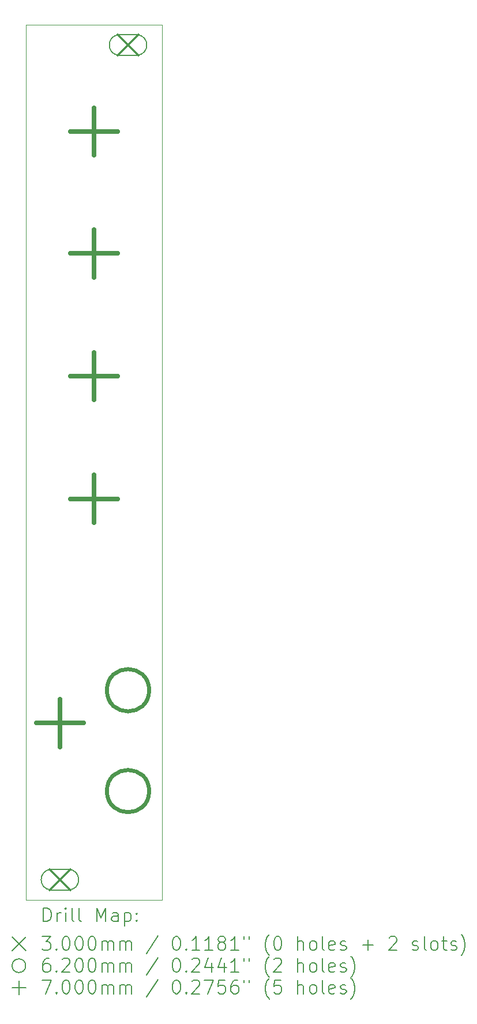
<source format=gbr>
%TF.GenerationSoftware,KiCad,Pcbnew,7.0.7-7.0.7~ubuntu22.04.1*%
%TF.CreationDate,2024-01-01T18:28:44+01:00*%
%TF.ProjectId,Basic-ADSR,42617369-632d-4414-9453-522e6b696361,rev?*%
%TF.SameCoordinates,Original*%
%TF.FileFunction,Drillmap*%
%TF.FilePolarity,Positive*%
%FSLAX45Y45*%
G04 Gerber Fmt 4.5, Leading zero omitted, Abs format (unit mm)*
G04 Created by KiCad (PCBNEW 7.0.7-7.0.7~ubuntu22.04.1) date 2024-01-01 18:28:44*
%MOMM*%
%LPD*%
G01*
G04 APERTURE LIST*
%ADD10C,0.050000*%
%ADD11C,0.200000*%
%ADD12C,0.300000*%
%ADD13C,0.620000*%
%ADD14C,0.700000*%
G04 APERTURE END LIST*
D10*
X10950000Y-15300000D02*
X8950000Y-15300000D01*
X8950000Y-2450000D02*
X8950000Y-15300000D01*
X10950000Y-2450000D02*
X10950000Y-15300000D01*
X8950000Y-2450000D02*
X10950000Y-2450000D01*
D11*
D12*
X9300000Y-14850000D02*
X9600000Y-15150000D01*
X9600000Y-14850000D02*
X9300000Y-15150000D01*
D11*
X9325000Y-15150000D02*
X9575000Y-15150000D01*
X9575000Y-15150000D02*
G75*
G03*
X9575000Y-14850000I0J150000D01*
G01*
X9575000Y-14850000D02*
X9325000Y-14850000D01*
X9325000Y-14850000D02*
G75*
G03*
X9325000Y-15150000I0J-150000D01*
G01*
D12*
X10300000Y-2600000D02*
X10600000Y-2900000D01*
X10600000Y-2600000D02*
X10300000Y-2900000D01*
D11*
X10325000Y-2900000D02*
X10575000Y-2900000D01*
X10575000Y-2900000D02*
G75*
G03*
X10575000Y-2600000I0J150000D01*
G01*
X10575000Y-2600000D02*
X10325000Y-2600000D01*
X10325000Y-2600000D02*
G75*
G03*
X10325000Y-2900000I0J-150000D01*
G01*
D13*
X10760000Y-12220000D02*
G75*
G03*
X10760000Y-12220000I-310000J0D01*
G01*
X10760000Y-13700000D02*
G75*
G03*
X10760000Y-13700000I-310000J0D01*
G01*
D14*
X9450000Y-12350000D02*
X9450000Y-13050000D01*
X9100000Y-12700000D02*
X9800000Y-12700000D01*
X9950000Y-3670000D02*
X9950000Y-4370000D01*
X9600000Y-4020000D02*
X10300000Y-4020000D01*
X9950000Y-5460000D02*
X9950000Y-6160000D01*
X9600000Y-5810000D02*
X10300000Y-5810000D01*
X9950000Y-7260000D02*
X9950000Y-7960000D01*
X9600000Y-7610000D02*
X10300000Y-7610000D01*
X9950000Y-9060000D02*
X9950000Y-9760000D01*
X9600000Y-9410000D02*
X10300000Y-9410000D01*
D11*
X9208277Y-15613984D02*
X9208277Y-15413984D01*
X9208277Y-15413984D02*
X9255896Y-15413984D01*
X9255896Y-15413984D02*
X9284467Y-15423508D01*
X9284467Y-15423508D02*
X9303515Y-15442555D01*
X9303515Y-15442555D02*
X9313039Y-15461603D01*
X9313039Y-15461603D02*
X9322563Y-15499698D01*
X9322563Y-15499698D02*
X9322563Y-15528269D01*
X9322563Y-15528269D02*
X9313039Y-15566365D01*
X9313039Y-15566365D02*
X9303515Y-15585412D01*
X9303515Y-15585412D02*
X9284467Y-15604460D01*
X9284467Y-15604460D02*
X9255896Y-15613984D01*
X9255896Y-15613984D02*
X9208277Y-15613984D01*
X9408277Y-15613984D02*
X9408277Y-15480650D01*
X9408277Y-15518746D02*
X9417801Y-15499698D01*
X9417801Y-15499698D02*
X9427324Y-15490174D01*
X9427324Y-15490174D02*
X9446372Y-15480650D01*
X9446372Y-15480650D02*
X9465420Y-15480650D01*
X9532086Y-15613984D02*
X9532086Y-15480650D01*
X9532086Y-15413984D02*
X9522563Y-15423508D01*
X9522563Y-15423508D02*
X9532086Y-15433031D01*
X9532086Y-15433031D02*
X9541610Y-15423508D01*
X9541610Y-15423508D02*
X9532086Y-15413984D01*
X9532086Y-15413984D02*
X9532086Y-15433031D01*
X9655896Y-15613984D02*
X9636848Y-15604460D01*
X9636848Y-15604460D02*
X9627324Y-15585412D01*
X9627324Y-15585412D02*
X9627324Y-15413984D01*
X9760658Y-15613984D02*
X9741610Y-15604460D01*
X9741610Y-15604460D02*
X9732086Y-15585412D01*
X9732086Y-15585412D02*
X9732086Y-15413984D01*
X9989229Y-15613984D02*
X9989229Y-15413984D01*
X9989229Y-15413984D02*
X10055896Y-15556841D01*
X10055896Y-15556841D02*
X10122563Y-15413984D01*
X10122563Y-15413984D02*
X10122563Y-15613984D01*
X10303515Y-15613984D02*
X10303515Y-15509222D01*
X10303515Y-15509222D02*
X10293991Y-15490174D01*
X10293991Y-15490174D02*
X10274944Y-15480650D01*
X10274944Y-15480650D02*
X10236848Y-15480650D01*
X10236848Y-15480650D02*
X10217801Y-15490174D01*
X10303515Y-15604460D02*
X10284467Y-15613984D01*
X10284467Y-15613984D02*
X10236848Y-15613984D01*
X10236848Y-15613984D02*
X10217801Y-15604460D01*
X10217801Y-15604460D02*
X10208277Y-15585412D01*
X10208277Y-15585412D02*
X10208277Y-15566365D01*
X10208277Y-15566365D02*
X10217801Y-15547317D01*
X10217801Y-15547317D02*
X10236848Y-15537793D01*
X10236848Y-15537793D02*
X10284467Y-15537793D01*
X10284467Y-15537793D02*
X10303515Y-15528269D01*
X10398753Y-15480650D02*
X10398753Y-15680650D01*
X10398753Y-15490174D02*
X10417801Y-15480650D01*
X10417801Y-15480650D02*
X10455896Y-15480650D01*
X10455896Y-15480650D02*
X10474944Y-15490174D01*
X10474944Y-15490174D02*
X10484467Y-15499698D01*
X10484467Y-15499698D02*
X10493991Y-15518746D01*
X10493991Y-15518746D02*
X10493991Y-15575888D01*
X10493991Y-15575888D02*
X10484467Y-15594936D01*
X10484467Y-15594936D02*
X10474944Y-15604460D01*
X10474944Y-15604460D02*
X10455896Y-15613984D01*
X10455896Y-15613984D02*
X10417801Y-15613984D01*
X10417801Y-15613984D02*
X10398753Y-15604460D01*
X10579705Y-15594936D02*
X10589229Y-15604460D01*
X10589229Y-15604460D02*
X10579705Y-15613984D01*
X10579705Y-15613984D02*
X10570182Y-15604460D01*
X10570182Y-15604460D02*
X10579705Y-15594936D01*
X10579705Y-15594936D02*
X10579705Y-15613984D01*
X10579705Y-15490174D02*
X10589229Y-15499698D01*
X10589229Y-15499698D02*
X10579705Y-15509222D01*
X10579705Y-15509222D02*
X10570182Y-15499698D01*
X10570182Y-15499698D02*
X10579705Y-15490174D01*
X10579705Y-15490174D02*
X10579705Y-15509222D01*
X8747500Y-15842500D02*
X8947500Y-16042500D01*
X8947500Y-15842500D02*
X8747500Y-16042500D01*
X9189229Y-15833984D02*
X9313039Y-15833984D01*
X9313039Y-15833984D02*
X9246372Y-15910174D01*
X9246372Y-15910174D02*
X9274944Y-15910174D01*
X9274944Y-15910174D02*
X9293991Y-15919698D01*
X9293991Y-15919698D02*
X9303515Y-15929222D01*
X9303515Y-15929222D02*
X9313039Y-15948269D01*
X9313039Y-15948269D02*
X9313039Y-15995888D01*
X9313039Y-15995888D02*
X9303515Y-16014936D01*
X9303515Y-16014936D02*
X9293991Y-16024460D01*
X9293991Y-16024460D02*
X9274944Y-16033984D01*
X9274944Y-16033984D02*
X9217801Y-16033984D01*
X9217801Y-16033984D02*
X9198753Y-16024460D01*
X9198753Y-16024460D02*
X9189229Y-16014936D01*
X9398753Y-16014936D02*
X9408277Y-16024460D01*
X9408277Y-16024460D02*
X9398753Y-16033984D01*
X9398753Y-16033984D02*
X9389229Y-16024460D01*
X9389229Y-16024460D02*
X9398753Y-16014936D01*
X9398753Y-16014936D02*
X9398753Y-16033984D01*
X9532086Y-15833984D02*
X9551134Y-15833984D01*
X9551134Y-15833984D02*
X9570182Y-15843508D01*
X9570182Y-15843508D02*
X9579705Y-15853031D01*
X9579705Y-15853031D02*
X9589229Y-15872079D01*
X9589229Y-15872079D02*
X9598753Y-15910174D01*
X9598753Y-15910174D02*
X9598753Y-15957793D01*
X9598753Y-15957793D02*
X9589229Y-15995888D01*
X9589229Y-15995888D02*
X9579705Y-16014936D01*
X9579705Y-16014936D02*
X9570182Y-16024460D01*
X9570182Y-16024460D02*
X9551134Y-16033984D01*
X9551134Y-16033984D02*
X9532086Y-16033984D01*
X9532086Y-16033984D02*
X9513039Y-16024460D01*
X9513039Y-16024460D02*
X9503515Y-16014936D01*
X9503515Y-16014936D02*
X9493991Y-15995888D01*
X9493991Y-15995888D02*
X9484467Y-15957793D01*
X9484467Y-15957793D02*
X9484467Y-15910174D01*
X9484467Y-15910174D02*
X9493991Y-15872079D01*
X9493991Y-15872079D02*
X9503515Y-15853031D01*
X9503515Y-15853031D02*
X9513039Y-15843508D01*
X9513039Y-15843508D02*
X9532086Y-15833984D01*
X9722563Y-15833984D02*
X9741610Y-15833984D01*
X9741610Y-15833984D02*
X9760658Y-15843508D01*
X9760658Y-15843508D02*
X9770182Y-15853031D01*
X9770182Y-15853031D02*
X9779705Y-15872079D01*
X9779705Y-15872079D02*
X9789229Y-15910174D01*
X9789229Y-15910174D02*
X9789229Y-15957793D01*
X9789229Y-15957793D02*
X9779705Y-15995888D01*
X9779705Y-15995888D02*
X9770182Y-16014936D01*
X9770182Y-16014936D02*
X9760658Y-16024460D01*
X9760658Y-16024460D02*
X9741610Y-16033984D01*
X9741610Y-16033984D02*
X9722563Y-16033984D01*
X9722563Y-16033984D02*
X9703515Y-16024460D01*
X9703515Y-16024460D02*
X9693991Y-16014936D01*
X9693991Y-16014936D02*
X9684467Y-15995888D01*
X9684467Y-15995888D02*
X9674944Y-15957793D01*
X9674944Y-15957793D02*
X9674944Y-15910174D01*
X9674944Y-15910174D02*
X9684467Y-15872079D01*
X9684467Y-15872079D02*
X9693991Y-15853031D01*
X9693991Y-15853031D02*
X9703515Y-15843508D01*
X9703515Y-15843508D02*
X9722563Y-15833984D01*
X9913039Y-15833984D02*
X9932086Y-15833984D01*
X9932086Y-15833984D02*
X9951134Y-15843508D01*
X9951134Y-15843508D02*
X9960658Y-15853031D01*
X9960658Y-15853031D02*
X9970182Y-15872079D01*
X9970182Y-15872079D02*
X9979705Y-15910174D01*
X9979705Y-15910174D02*
X9979705Y-15957793D01*
X9979705Y-15957793D02*
X9970182Y-15995888D01*
X9970182Y-15995888D02*
X9960658Y-16014936D01*
X9960658Y-16014936D02*
X9951134Y-16024460D01*
X9951134Y-16024460D02*
X9932086Y-16033984D01*
X9932086Y-16033984D02*
X9913039Y-16033984D01*
X9913039Y-16033984D02*
X9893991Y-16024460D01*
X9893991Y-16024460D02*
X9884467Y-16014936D01*
X9884467Y-16014936D02*
X9874944Y-15995888D01*
X9874944Y-15995888D02*
X9865420Y-15957793D01*
X9865420Y-15957793D02*
X9865420Y-15910174D01*
X9865420Y-15910174D02*
X9874944Y-15872079D01*
X9874944Y-15872079D02*
X9884467Y-15853031D01*
X9884467Y-15853031D02*
X9893991Y-15843508D01*
X9893991Y-15843508D02*
X9913039Y-15833984D01*
X10065420Y-16033984D02*
X10065420Y-15900650D01*
X10065420Y-15919698D02*
X10074944Y-15910174D01*
X10074944Y-15910174D02*
X10093991Y-15900650D01*
X10093991Y-15900650D02*
X10122563Y-15900650D01*
X10122563Y-15900650D02*
X10141610Y-15910174D01*
X10141610Y-15910174D02*
X10151134Y-15929222D01*
X10151134Y-15929222D02*
X10151134Y-16033984D01*
X10151134Y-15929222D02*
X10160658Y-15910174D01*
X10160658Y-15910174D02*
X10179705Y-15900650D01*
X10179705Y-15900650D02*
X10208277Y-15900650D01*
X10208277Y-15900650D02*
X10227325Y-15910174D01*
X10227325Y-15910174D02*
X10236848Y-15929222D01*
X10236848Y-15929222D02*
X10236848Y-16033984D01*
X10332086Y-16033984D02*
X10332086Y-15900650D01*
X10332086Y-15919698D02*
X10341610Y-15910174D01*
X10341610Y-15910174D02*
X10360658Y-15900650D01*
X10360658Y-15900650D02*
X10389229Y-15900650D01*
X10389229Y-15900650D02*
X10408277Y-15910174D01*
X10408277Y-15910174D02*
X10417801Y-15929222D01*
X10417801Y-15929222D02*
X10417801Y-16033984D01*
X10417801Y-15929222D02*
X10427325Y-15910174D01*
X10427325Y-15910174D02*
X10446372Y-15900650D01*
X10446372Y-15900650D02*
X10474944Y-15900650D01*
X10474944Y-15900650D02*
X10493991Y-15910174D01*
X10493991Y-15910174D02*
X10503515Y-15929222D01*
X10503515Y-15929222D02*
X10503515Y-16033984D01*
X10893991Y-15824460D02*
X10722563Y-16081603D01*
X11151134Y-15833984D02*
X11170182Y-15833984D01*
X11170182Y-15833984D02*
X11189229Y-15843508D01*
X11189229Y-15843508D02*
X11198753Y-15853031D01*
X11198753Y-15853031D02*
X11208277Y-15872079D01*
X11208277Y-15872079D02*
X11217801Y-15910174D01*
X11217801Y-15910174D02*
X11217801Y-15957793D01*
X11217801Y-15957793D02*
X11208277Y-15995888D01*
X11208277Y-15995888D02*
X11198753Y-16014936D01*
X11198753Y-16014936D02*
X11189229Y-16024460D01*
X11189229Y-16024460D02*
X11170182Y-16033984D01*
X11170182Y-16033984D02*
X11151134Y-16033984D01*
X11151134Y-16033984D02*
X11132087Y-16024460D01*
X11132087Y-16024460D02*
X11122563Y-16014936D01*
X11122563Y-16014936D02*
X11113039Y-15995888D01*
X11113039Y-15995888D02*
X11103515Y-15957793D01*
X11103515Y-15957793D02*
X11103515Y-15910174D01*
X11103515Y-15910174D02*
X11113039Y-15872079D01*
X11113039Y-15872079D02*
X11122563Y-15853031D01*
X11122563Y-15853031D02*
X11132087Y-15843508D01*
X11132087Y-15843508D02*
X11151134Y-15833984D01*
X11303515Y-16014936D02*
X11313039Y-16024460D01*
X11313039Y-16024460D02*
X11303515Y-16033984D01*
X11303515Y-16033984D02*
X11293991Y-16024460D01*
X11293991Y-16024460D02*
X11303515Y-16014936D01*
X11303515Y-16014936D02*
X11303515Y-16033984D01*
X11503515Y-16033984D02*
X11389229Y-16033984D01*
X11446372Y-16033984D02*
X11446372Y-15833984D01*
X11446372Y-15833984D02*
X11427325Y-15862555D01*
X11427325Y-15862555D02*
X11408277Y-15881603D01*
X11408277Y-15881603D02*
X11389229Y-15891127D01*
X11693991Y-16033984D02*
X11579706Y-16033984D01*
X11636848Y-16033984D02*
X11636848Y-15833984D01*
X11636848Y-15833984D02*
X11617801Y-15862555D01*
X11617801Y-15862555D02*
X11598753Y-15881603D01*
X11598753Y-15881603D02*
X11579706Y-15891127D01*
X11808277Y-15919698D02*
X11789229Y-15910174D01*
X11789229Y-15910174D02*
X11779706Y-15900650D01*
X11779706Y-15900650D02*
X11770182Y-15881603D01*
X11770182Y-15881603D02*
X11770182Y-15872079D01*
X11770182Y-15872079D02*
X11779706Y-15853031D01*
X11779706Y-15853031D02*
X11789229Y-15843508D01*
X11789229Y-15843508D02*
X11808277Y-15833984D01*
X11808277Y-15833984D02*
X11846372Y-15833984D01*
X11846372Y-15833984D02*
X11865420Y-15843508D01*
X11865420Y-15843508D02*
X11874944Y-15853031D01*
X11874944Y-15853031D02*
X11884467Y-15872079D01*
X11884467Y-15872079D02*
X11884467Y-15881603D01*
X11884467Y-15881603D02*
X11874944Y-15900650D01*
X11874944Y-15900650D02*
X11865420Y-15910174D01*
X11865420Y-15910174D02*
X11846372Y-15919698D01*
X11846372Y-15919698D02*
X11808277Y-15919698D01*
X11808277Y-15919698D02*
X11789229Y-15929222D01*
X11789229Y-15929222D02*
X11779706Y-15938746D01*
X11779706Y-15938746D02*
X11770182Y-15957793D01*
X11770182Y-15957793D02*
X11770182Y-15995888D01*
X11770182Y-15995888D02*
X11779706Y-16014936D01*
X11779706Y-16014936D02*
X11789229Y-16024460D01*
X11789229Y-16024460D02*
X11808277Y-16033984D01*
X11808277Y-16033984D02*
X11846372Y-16033984D01*
X11846372Y-16033984D02*
X11865420Y-16024460D01*
X11865420Y-16024460D02*
X11874944Y-16014936D01*
X11874944Y-16014936D02*
X11884467Y-15995888D01*
X11884467Y-15995888D02*
X11884467Y-15957793D01*
X11884467Y-15957793D02*
X11874944Y-15938746D01*
X11874944Y-15938746D02*
X11865420Y-15929222D01*
X11865420Y-15929222D02*
X11846372Y-15919698D01*
X12074944Y-16033984D02*
X11960658Y-16033984D01*
X12017801Y-16033984D02*
X12017801Y-15833984D01*
X12017801Y-15833984D02*
X11998753Y-15862555D01*
X11998753Y-15862555D02*
X11979706Y-15881603D01*
X11979706Y-15881603D02*
X11960658Y-15891127D01*
X12151134Y-15833984D02*
X12151134Y-15872079D01*
X12227325Y-15833984D02*
X12227325Y-15872079D01*
X12522563Y-16110174D02*
X12513039Y-16100650D01*
X12513039Y-16100650D02*
X12493991Y-16072079D01*
X12493991Y-16072079D02*
X12484468Y-16053031D01*
X12484468Y-16053031D02*
X12474944Y-16024460D01*
X12474944Y-16024460D02*
X12465420Y-15976841D01*
X12465420Y-15976841D02*
X12465420Y-15938746D01*
X12465420Y-15938746D02*
X12474944Y-15891127D01*
X12474944Y-15891127D02*
X12484468Y-15862555D01*
X12484468Y-15862555D02*
X12493991Y-15843508D01*
X12493991Y-15843508D02*
X12513039Y-15814936D01*
X12513039Y-15814936D02*
X12522563Y-15805412D01*
X12636848Y-15833984D02*
X12655896Y-15833984D01*
X12655896Y-15833984D02*
X12674944Y-15843508D01*
X12674944Y-15843508D02*
X12684468Y-15853031D01*
X12684468Y-15853031D02*
X12693991Y-15872079D01*
X12693991Y-15872079D02*
X12703515Y-15910174D01*
X12703515Y-15910174D02*
X12703515Y-15957793D01*
X12703515Y-15957793D02*
X12693991Y-15995888D01*
X12693991Y-15995888D02*
X12684468Y-16014936D01*
X12684468Y-16014936D02*
X12674944Y-16024460D01*
X12674944Y-16024460D02*
X12655896Y-16033984D01*
X12655896Y-16033984D02*
X12636848Y-16033984D01*
X12636848Y-16033984D02*
X12617801Y-16024460D01*
X12617801Y-16024460D02*
X12608277Y-16014936D01*
X12608277Y-16014936D02*
X12598753Y-15995888D01*
X12598753Y-15995888D02*
X12589229Y-15957793D01*
X12589229Y-15957793D02*
X12589229Y-15910174D01*
X12589229Y-15910174D02*
X12598753Y-15872079D01*
X12598753Y-15872079D02*
X12608277Y-15853031D01*
X12608277Y-15853031D02*
X12617801Y-15843508D01*
X12617801Y-15843508D02*
X12636848Y-15833984D01*
X12941610Y-16033984D02*
X12941610Y-15833984D01*
X13027325Y-16033984D02*
X13027325Y-15929222D01*
X13027325Y-15929222D02*
X13017801Y-15910174D01*
X13017801Y-15910174D02*
X12998753Y-15900650D01*
X12998753Y-15900650D02*
X12970182Y-15900650D01*
X12970182Y-15900650D02*
X12951134Y-15910174D01*
X12951134Y-15910174D02*
X12941610Y-15919698D01*
X13151134Y-16033984D02*
X13132087Y-16024460D01*
X13132087Y-16024460D02*
X13122563Y-16014936D01*
X13122563Y-16014936D02*
X13113039Y-15995888D01*
X13113039Y-15995888D02*
X13113039Y-15938746D01*
X13113039Y-15938746D02*
X13122563Y-15919698D01*
X13122563Y-15919698D02*
X13132087Y-15910174D01*
X13132087Y-15910174D02*
X13151134Y-15900650D01*
X13151134Y-15900650D02*
X13179706Y-15900650D01*
X13179706Y-15900650D02*
X13198753Y-15910174D01*
X13198753Y-15910174D02*
X13208277Y-15919698D01*
X13208277Y-15919698D02*
X13217801Y-15938746D01*
X13217801Y-15938746D02*
X13217801Y-15995888D01*
X13217801Y-15995888D02*
X13208277Y-16014936D01*
X13208277Y-16014936D02*
X13198753Y-16024460D01*
X13198753Y-16024460D02*
X13179706Y-16033984D01*
X13179706Y-16033984D02*
X13151134Y-16033984D01*
X13332087Y-16033984D02*
X13313039Y-16024460D01*
X13313039Y-16024460D02*
X13303515Y-16005412D01*
X13303515Y-16005412D02*
X13303515Y-15833984D01*
X13484468Y-16024460D02*
X13465420Y-16033984D01*
X13465420Y-16033984D02*
X13427325Y-16033984D01*
X13427325Y-16033984D02*
X13408277Y-16024460D01*
X13408277Y-16024460D02*
X13398753Y-16005412D01*
X13398753Y-16005412D02*
X13398753Y-15929222D01*
X13398753Y-15929222D02*
X13408277Y-15910174D01*
X13408277Y-15910174D02*
X13427325Y-15900650D01*
X13427325Y-15900650D02*
X13465420Y-15900650D01*
X13465420Y-15900650D02*
X13484468Y-15910174D01*
X13484468Y-15910174D02*
X13493991Y-15929222D01*
X13493991Y-15929222D02*
X13493991Y-15948269D01*
X13493991Y-15948269D02*
X13398753Y-15967317D01*
X13570182Y-16024460D02*
X13589230Y-16033984D01*
X13589230Y-16033984D02*
X13627325Y-16033984D01*
X13627325Y-16033984D02*
X13646372Y-16024460D01*
X13646372Y-16024460D02*
X13655896Y-16005412D01*
X13655896Y-16005412D02*
X13655896Y-15995888D01*
X13655896Y-15995888D02*
X13646372Y-15976841D01*
X13646372Y-15976841D02*
X13627325Y-15967317D01*
X13627325Y-15967317D02*
X13598753Y-15967317D01*
X13598753Y-15967317D02*
X13579706Y-15957793D01*
X13579706Y-15957793D02*
X13570182Y-15938746D01*
X13570182Y-15938746D02*
X13570182Y-15929222D01*
X13570182Y-15929222D02*
X13579706Y-15910174D01*
X13579706Y-15910174D02*
X13598753Y-15900650D01*
X13598753Y-15900650D02*
X13627325Y-15900650D01*
X13627325Y-15900650D02*
X13646372Y-15910174D01*
X13893992Y-15957793D02*
X14046373Y-15957793D01*
X13970182Y-16033984D02*
X13970182Y-15881603D01*
X14284468Y-15853031D02*
X14293992Y-15843508D01*
X14293992Y-15843508D02*
X14313039Y-15833984D01*
X14313039Y-15833984D02*
X14360658Y-15833984D01*
X14360658Y-15833984D02*
X14379706Y-15843508D01*
X14379706Y-15843508D02*
X14389230Y-15853031D01*
X14389230Y-15853031D02*
X14398753Y-15872079D01*
X14398753Y-15872079D02*
X14398753Y-15891127D01*
X14398753Y-15891127D02*
X14389230Y-15919698D01*
X14389230Y-15919698D02*
X14274944Y-16033984D01*
X14274944Y-16033984D02*
X14398753Y-16033984D01*
X14627325Y-16024460D02*
X14646373Y-16033984D01*
X14646373Y-16033984D02*
X14684468Y-16033984D01*
X14684468Y-16033984D02*
X14703515Y-16024460D01*
X14703515Y-16024460D02*
X14713039Y-16005412D01*
X14713039Y-16005412D02*
X14713039Y-15995888D01*
X14713039Y-15995888D02*
X14703515Y-15976841D01*
X14703515Y-15976841D02*
X14684468Y-15967317D01*
X14684468Y-15967317D02*
X14655896Y-15967317D01*
X14655896Y-15967317D02*
X14636849Y-15957793D01*
X14636849Y-15957793D02*
X14627325Y-15938746D01*
X14627325Y-15938746D02*
X14627325Y-15929222D01*
X14627325Y-15929222D02*
X14636849Y-15910174D01*
X14636849Y-15910174D02*
X14655896Y-15900650D01*
X14655896Y-15900650D02*
X14684468Y-15900650D01*
X14684468Y-15900650D02*
X14703515Y-15910174D01*
X14827325Y-16033984D02*
X14808277Y-16024460D01*
X14808277Y-16024460D02*
X14798754Y-16005412D01*
X14798754Y-16005412D02*
X14798754Y-15833984D01*
X14932087Y-16033984D02*
X14913039Y-16024460D01*
X14913039Y-16024460D02*
X14903515Y-16014936D01*
X14903515Y-16014936D02*
X14893992Y-15995888D01*
X14893992Y-15995888D02*
X14893992Y-15938746D01*
X14893992Y-15938746D02*
X14903515Y-15919698D01*
X14903515Y-15919698D02*
X14913039Y-15910174D01*
X14913039Y-15910174D02*
X14932087Y-15900650D01*
X14932087Y-15900650D02*
X14960658Y-15900650D01*
X14960658Y-15900650D02*
X14979706Y-15910174D01*
X14979706Y-15910174D02*
X14989230Y-15919698D01*
X14989230Y-15919698D02*
X14998754Y-15938746D01*
X14998754Y-15938746D02*
X14998754Y-15995888D01*
X14998754Y-15995888D02*
X14989230Y-16014936D01*
X14989230Y-16014936D02*
X14979706Y-16024460D01*
X14979706Y-16024460D02*
X14960658Y-16033984D01*
X14960658Y-16033984D02*
X14932087Y-16033984D01*
X15055896Y-15900650D02*
X15132087Y-15900650D01*
X15084468Y-15833984D02*
X15084468Y-16005412D01*
X15084468Y-16005412D02*
X15093992Y-16024460D01*
X15093992Y-16024460D02*
X15113039Y-16033984D01*
X15113039Y-16033984D02*
X15132087Y-16033984D01*
X15189230Y-16024460D02*
X15208277Y-16033984D01*
X15208277Y-16033984D02*
X15246373Y-16033984D01*
X15246373Y-16033984D02*
X15265420Y-16024460D01*
X15265420Y-16024460D02*
X15274944Y-16005412D01*
X15274944Y-16005412D02*
X15274944Y-15995888D01*
X15274944Y-15995888D02*
X15265420Y-15976841D01*
X15265420Y-15976841D02*
X15246373Y-15967317D01*
X15246373Y-15967317D02*
X15217801Y-15967317D01*
X15217801Y-15967317D02*
X15198754Y-15957793D01*
X15198754Y-15957793D02*
X15189230Y-15938746D01*
X15189230Y-15938746D02*
X15189230Y-15929222D01*
X15189230Y-15929222D02*
X15198754Y-15910174D01*
X15198754Y-15910174D02*
X15217801Y-15900650D01*
X15217801Y-15900650D02*
X15246373Y-15900650D01*
X15246373Y-15900650D02*
X15265420Y-15910174D01*
X15341611Y-16110174D02*
X15351135Y-16100650D01*
X15351135Y-16100650D02*
X15370182Y-16072079D01*
X15370182Y-16072079D02*
X15379706Y-16053031D01*
X15379706Y-16053031D02*
X15389230Y-16024460D01*
X15389230Y-16024460D02*
X15398754Y-15976841D01*
X15398754Y-15976841D02*
X15398754Y-15938746D01*
X15398754Y-15938746D02*
X15389230Y-15891127D01*
X15389230Y-15891127D02*
X15379706Y-15862555D01*
X15379706Y-15862555D02*
X15370182Y-15843508D01*
X15370182Y-15843508D02*
X15351135Y-15814936D01*
X15351135Y-15814936D02*
X15341611Y-15805412D01*
X8947500Y-16262500D02*
G75*
G03*
X8947500Y-16262500I-100000J0D01*
G01*
X9293991Y-16153984D02*
X9255896Y-16153984D01*
X9255896Y-16153984D02*
X9236848Y-16163508D01*
X9236848Y-16163508D02*
X9227324Y-16173031D01*
X9227324Y-16173031D02*
X9208277Y-16201603D01*
X9208277Y-16201603D02*
X9198753Y-16239698D01*
X9198753Y-16239698D02*
X9198753Y-16315888D01*
X9198753Y-16315888D02*
X9208277Y-16334936D01*
X9208277Y-16334936D02*
X9217801Y-16344460D01*
X9217801Y-16344460D02*
X9236848Y-16353984D01*
X9236848Y-16353984D02*
X9274944Y-16353984D01*
X9274944Y-16353984D02*
X9293991Y-16344460D01*
X9293991Y-16344460D02*
X9303515Y-16334936D01*
X9303515Y-16334936D02*
X9313039Y-16315888D01*
X9313039Y-16315888D02*
X9313039Y-16268269D01*
X9313039Y-16268269D02*
X9303515Y-16249222D01*
X9303515Y-16249222D02*
X9293991Y-16239698D01*
X9293991Y-16239698D02*
X9274944Y-16230174D01*
X9274944Y-16230174D02*
X9236848Y-16230174D01*
X9236848Y-16230174D02*
X9217801Y-16239698D01*
X9217801Y-16239698D02*
X9208277Y-16249222D01*
X9208277Y-16249222D02*
X9198753Y-16268269D01*
X9398753Y-16334936D02*
X9408277Y-16344460D01*
X9408277Y-16344460D02*
X9398753Y-16353984D01*
X9398753Y-16353984D02*
X9389229Y-16344460D01*
X9389229Y-16344460D02*
X9398753Y-16334936D01*
X9398753Y-16334936D02*
X9398753Y-16353984D01*
X9484467Y-16173031D02*
X9493991Y-16163508D01*
X9493991Y-16163508D02*
X9513039Y-16153984D01*
X9513039Y-16153984D02*
X9560658Y-16153984D01*
X9560658Y-16153984D02*
X9579705Y-16163508D01*
X9579705Y-16163508D02*
X9589229Y-16173031D01*
X9589229Y-16173031D02*
X9598753Y-16192079D01*
X9598753Y-16192079D02*
X9598753Y-16211127D01*
X9598753Y-16211127D02*
X9589229Y-16239698D01*
X9589229Y-16239698D02*
X9474944Y-16353984D01*
X9474944Y-16353984D02*
X9598753Y-16353984D01*
X9722563Y-16153984D02*
X9741610Y-16153984D01*
X9741610Y-16153984D02*
X9760658Y-16163508D01*
X9760658Y-16163508D02*
X9770182Y-16173031D01*
X9770182Y-16173031D02*
X9779705Y-16192079D01*
X9779705Y-16192079D02*
X9789229Y-16230174D01*
X9789229Y-16230174D02*
X9789229Y-16277793D01*
X9789229Y-16277793D02*
X9779705Y-16315888D01*
X9779705Y-16315888D02*
X9770182Y-16334936D01*
X9770182Y-16334936D02*
X9760658Y-16344460D01*
X9760658Y-16344460D02*
X9741610Y-16353984D01*
X9741610Y-16353984D02*
X9722563Y-16353984D01*
X9722563Y-16353984D02*
X9703515Y-16344460D01*
X9703515Y-16344460D02*
X9693991Y-16334936D01*
X9693991Y-16334936D02*
X9684467Y-16315888D01*
X9684467Y-16315888D02*
X9674944Y-16277793D01*
X9674944Y-16277793D02*
X9674944Y-16230174D01*
X9674944Y-16230174D02*
X9684467Y-16192079D01*
X9684467Y-16192079D02*
X9693991Y-16173031D01*
X9693991Y-16173031D02*
X9703515Y-16163508D01*
X9703515Y-16163508D02*
X9722563Y-16153984D01*
X9913039Y-16153984D02*
X9932086Y-16153984D01*
X9932086Y-16153984D02*
X9951134Y-16163508D01*
X9951134Y-16163508D02*
X9960658Y-16173031D01*
X9960658Y-16173031D02*
X9970182Y-16192079D01*
X9970182Y-16192079D02*
X9979705Y-16230174D01*
X9979705Y-16230174D02*
X9979705Y-16277793D01*
X9979705Y-16277793D02*
X9970182Y-16315888D01*
X9970182Y-16315888D02*
X9960658Y-16334936D01*
X9960658Y-16334936D02*
X9951134Y-16344460D01*
X9951134Y-16344460D02*
X9932086Y-16353984D01*
X9932086Y-16353984D02*
X9913039Y-16353984D01*
X9913039Y-16353984D02*
X9893991Y-16344460D01*
X9893991Y-16344460D02*
X9884467Y-16334936D01*
X9884467Y-16334936D02*
X9874944Y-16315888D01*
X9874944Y-16315888D02*
X9865420Y-16277793D01*
X9865420Y-16277793D02*
X9865420Y-16230174D01*
X9865420Y-16230174D02*
X9874944Y-16192079D01*
X9874944Y-16192079D02*
X9884467Y-16173031D01*
X9884467Y-16173031D02*
X9893991Y-16163508D01*
X9893991Y-16163508D02*
X9913039Y-16153984D01*
X10065420Y-16353984D02*
X10065420Y-16220650D01*
X10065420Y-16239698D02*
X10074944Y-16230174D01*
X10074944Y-16230174D02*
X10093991Y-16220650D01*
X10093991Y-16220650D02*
X10122563Y-16220650D01*
X10122563Y-16220650D02*
X10141610Y-16230174D01*
X10141610Y-16230174D02*
X10151134Y-16249222D01*
X10151134Y-16249222D02*
X10151134Y-16353984D01*
X10151134Y-16249222D02*
X10160658Y-16230174D01*
X10160658Y-16230174D02*
X10179705Y-16220650D01*
X10179705Y-16220650D02*
X10208277Y-16220650D01*
X10208277Y-16220650D02*
X10227325Y-16230174D01*
X10227325Y-16230174D02*
X10236848Y-16249222D01*
X10236848Y-16249222D02*
X10236848Y-16353984D01*
X10332086Y-16353984D02*
X10332086Y-16220650D01*
X10332086Y-16239698D02*
X10341610Y-16230174D01*
X10341610Y-16230174D02*
X10360658Y-16220650D01*
X10360658Y-16220650D02*
X10389229Y-16220650D01*
X10389229Y-16220650D02*
X10408277Y-16230174D01*
X10408277Y-16230174D02*
X10417801Y-16249222D01*
X10417801Y-16249222D02*
X10417801Y-16353984D01*
X10417801Y-16249222D02*
X10427325Y-16230174D01*
X10427325Y-16230174D02*
X10446372Y-16220650D01*
X10446372Y-16220650D02*
X10474944Y-16220650D01*
X10474944Y-16220650D02*
X10493991Y-16230174D01*
X10493991Y-16230174D02*
X10503515Y-16249222D01*
X10503515Y-16249222D02*
X10503515Y-16353984D01*
X10893991Y-16144460D02*
X10722563Y-16401603D01*
X11151134Y-16153984D02*
X11170182Y-16153984D01*
X11170182Y-16153984D02*
X11189229Y-16163508D01*
X11189229Y-16163508D02*
X11198753Y-16173031D01*
X11198753Y-16173031D02*
X11208277Y-16192079D01*
X11208277Y-16192079D02*
X11217801Y-16230174D01*
X11217801Y-16230174D02*
X11217801Y-16277793D01*
X11217801Y-16277793D02*
X11208277Y-16315888D01*
X11208277Y-16315888D02*
X11198753Y-16334936D01*
X11198753Y-16334936D02*
X11189229Y-16344460D01*
X11189229Y-16344460D02*
X11170182Y-16353984D01*
X11170182Y-16353984D02*
X11151134Y-16353984D01*
X11151134Y-16353984D02*
X11132087Y-16344460D01*
X11132087Y-16344460D02*
X11122563Y-16334936D01*
X11122563Y-16334936D02*
X11113039Y-16315888D01*
X11113039Y-16315888D02*
X11103515Y-16277793D01*
X11103515Y-16277793D02*
X11103515Y-16230174D01*
X11103515Y-16230174D02*
X11113039Y-16192079D01*
X11113039Y-16192079D02*
X11122563Y-16173031D01*
X11122563Y-16173031D02*
X11132087Y-16163508D01*
X11132087Y-16163508D02*
X11151134Y-16153984D01*
X11303515Y-16334936D02*
X11313039Y-16344460D01*
X11313039Y-16344460D02*
X11303515Y-16353984D01*
X11303515Y-16353984D02*
X11293991Y-16344460D01*
X11293991Y-16344460D02*
X11303515Y-16334936D01*
X11303515Y-16334936D02*
X11303515Y-16353984D01*
X11389229Y-16173031D02*
X11398753Y-16163508D01*
X11398753Y-16163508D02*
X11417801Y-16153984D01*
X11417801Y-16153984D02*
X11465420Y-16153984D01*
X11465420Y-16153984D02*
X11484467Y-16163508D01*
X11484467Y-16163508D02*
X11493991Y-16173031D01*
X11493991Y-16173031D02*
X11503515Y-16192079D01*
X11503515Y-16192079D02*
X11503515Y-16211127D01*
X11503515Y-16211127D02*
X11493991Y-16239698D01*
X11493991Y-16239698D02*
X11379706Y-16353984D01*
X11379706Y-16353984D02*
X11503515Y-16353984D01*
X11674944Y-16220650D02*
X11674944Y-16353984D01*
X11627325Y-16144460D02*
X11579706Y-16287317D01*
X11579706Y-16287317D02*
X11703515Y-16287317D01*
X11865420Y-16220650D02*
X11865420Y-16353984D01*
X11817801Y-16144460D02*
X11770182Y-16287317D01*
X11770182Y-16287317D02*
X11893991Y-16287317D01*
X12074944Y-16353984D02*
X11960658Y-16353984D01*
X12017801Y-16353984D02*
X12017801Y-16153984D01*
X12017801Y-16153984D02*
X11998753Y-16182555D01*
X11998753Y-16182555D02*
X11979706Y-16201603D01*
X11979706Y-16201603D02*
X11960658Y-16211127D01*
X12151134Y-16153984D02*
X12151134Y-16192079D01*
X12227325Y-16153984D02*
X12227325Y-16192079D01*
X12522563Y-16430174D02*
X12513039Y-16420650D01*
X12513039Y-16420650D02*
X12493991Y-16392079D01*
X12493991Y-16392079D02*
X12484468Y-16373031D01*
X12484468Y-16373031D02*
X12474944Y-16344460D01*
X12474944Y-16344460D02*
X12465420Y-16296841D01*
X12465420Y-16296841D02*
X12465420Y-16258746D01*
X12465420Y-16258746D02*
X12474944Y-16211127D01*
X12474944Y-16211127D02*
X12484468Y-16182555D01*
X12484468Y-16182555D02*
X12493991Y-16163508D01*
X12493991Y-16163508D02*
X12513039Y-16134936D01*
X12513039Y-16134936D02*
X12522563Y-16125412D01*
X12589229Y-16173031D02*
X12598753Y-16163508D01*
X12598753Y-16163508D02*
X12617801Y-16153984D01*
X12617801Y-16153984D02*
X12665420Y-16153984D01*
X12665420Y-16153984D02*
X12684468Y-16163508D01*
X12684468Y-16163508D02*
X12693991Y-16173031D01*
X12693991Y-16173031D02*
X12703515Y-16192079D01*
X12703515Y-16192079D02*
X12703515Y-16211127D01*
X12703515Y-16211127D02*
X12693991Y-16239698D01*
X12693991Y-16239698D02*
X12579706Y-16353984D01*
X12579706Y-16353984D02*
X12703515Y-16353984D01*
X12941610Y-16353984D02*
X12941610Y-16153984D01*
X13027325Y-16353984D02*
X13027325Y-16249222D01*
X13027325Y-16249222D02*
X13017801Y-16230174D01*
X13017801Y-16230174D02*
X12998753Y-16220650D01*
X12998753Y-16220650D02*
X12970182Y-16220650D01*
X12970182Y-16220650D02*
X12951134Y-16230174D01*
X12951134Y-16230174D02*
X12941610Y-16239698D01*
X13151134Y-16353984D02*
X13132087Y-16344460D01*
X13132087Y-16344460D02*
X13122563Y-16334936D01*
X13122563Y-16334936D02*
X13113039Y-16315888D01*
X13113039Y-16315888D02*
X13113039Y-16258746D01*
X13113039Y-16258746D02*
X13122563Y-16239698D01*
X13122563Y-16239698D02*
X13132087Y-16230174D01*
X13132087Y-16230174D02*
X13151134Y-16220650D01*
X13151134Y-16220650D02*
X13179706Y-16220650D01*
X13179706Y-16220650D02*
X13198753Y-16230174D01*
X13198753Y-16230174D02*
X13208277Y-16239698D01*
X13208277Y-16239698D02*
X13217801Y-16258746D01*
X13217801Y-16258746D02*
X13217801Y-16315888D01*
X13217801Y-16315888D02*
X13208277Y-16334936D01*
X13208277Y-16334936D02*
X13198753Y-16344460D01*
X13198753Y-16344460D02*
X13179706Y-16353984D01*
X13179706Y-16353984D02*
X13151134Y-16353984D01*
X13332087Y-16353984D02*
X13313039Y-16344460D01*
X13313039Y-16344460D02*
X13303515Y-16325412D01*
X13303515Y-16325412D02*
X13303515Y-16153984D01*
X13484468Y-16344460D02*
X13465420Y-16353984D01*
X13465420Y-16353984D02*
X13427325Y-16353984D01*
X13427325Y-16353984D02*
X13408277Y-16344460D01*
X13408277Y-16344460D02*
X13398753Y-16325412D01*
X13398753Y-16325412D02*
X13398753Y-16249222D01*
X13398753Y-16249222D02*
X13408277Y-16230174D01*
X13408277Y-16230174D02*
X13427325Y-16220650D01*
X13427325Y-16220650D02*
X13465420Y-16220650D01*
X13465420Y-16220650D02*
X13484468Y-16230174D01*
X13484468Y-16230174D02*
X13493991Y-16249222D01*
X13493991Y-16249222D02*
X13493991Y-16268269D01*
X13493991Y-16268269D02*
X13398753Y-16287317D01*
X13570182Y-16344460D02*
X13589230Y-16353984D01*
X13589230Y-16353984D02*
X13627325Y-16353984D01*
X13627325Y-16353984D02*
X13646372Y-16344460D01*
X13646372Y-16344460D02*
X13655896Y-16325412D01*
X13655896Y-16325412D02*
X13655896Y-16315888D01*
X13655896Y-16315888D02*
X13646372Y-16296841D01*
X13646372Y-16296841D02*
X13627325Y-16287317D01*
X13627325Y-16287317D02*
X13598753Y-16287317D01*
X13598753Y-16287317D02*
X13579706Y-16277793D01*
X13579706Y-16277793D02*
X13570182Y-16258746D01*
X13570182Y-16258746D02*
X13570182Y-16249222D01*
X13570182Y-16249222D02*
X13579706Y-16230174D01*
X13579706Y-16230174D02*
X13598753Y-16220650D01*
X13598753Y-16220650D02*
X13627325Y-16220650D01*
X13627325Y-16220650D02*
X13646372Y-16230174D01*
X13722563Y-16430174D02*
X13732087Y-16420650D01*
X13732087Y-16420650D02*
X13751134Y-16392079D01*
X13751134Y-16392079D02*
X13760658Y-16373031D01*
X13760658Y-16373031D02*
X13770182Y-16344460D01*
X13770182Y-16344460D02*
X13779706Y-16296841D01*
X13779706Y-16296841D02*
X13779706Y-16258746D01*
X13779706Y-16258746D02*
X13770182Y-16211127D01*
X13770182Y-16211127D02*
X13760658Y-16182555D01*
X13760658Y-16182555D02*
X13751134Y-16163508D01*
X13751134Y-16163508D02*
X13732087Y-16134936D01*
X13732087Y-16134936D02*
X13722563Y-16125412D01*
X8847500Y-16482500D02*
X8847500Y-16682500D01*
X8747500Y-16582500D02*
X8947500Y-16582500D01*
X9189229Y-16473984D02*
X9322563Y-16473984D01*
X9322563Y-16473984D02*
X9236848Y-16673984D01*
X9398753Y-16654936D02*
X9408277Y-16664460D01*
X9408277Y-16664460D02*
X9398753Y-16673984D01*
X9398753Y-16673984D02*
X9389229Y-16664460D01*
X9389229Y-16664460D02*
X9398753Y-16654936D01*
X9398753Y-16654936D02*
X9398753Y-16673984D01*
X9532086Y-16473984D02*
X9551134Y-16473984D01*
X9551134Y-16473984D02*
X9570182Y-16483508D01*
X9570182Y-16483508D02*
X9579705Y-16493031D01*
X9579705Y-16493031D02*
X9589229Y-16512079D01*
X9589229Y-16512079D02*
X9598753Y-16550174D01*
X9598753Y-16550174D02*
X9598753Y-16597793D01*
X9598753Y-16597793D02*
X9589229Y-16635888D01*
X9589229Y-16635888D02*
X9579705Y-16654936D01*
X9579705Y-16654936D02*
X9570182Y-16664460D01*
X9570182Y-16664460D02*
X9551134Y-16673984D01*
X9551134Y-16673984D02*
X9532086Y-16673984D01*
X9532086Y-16673984D02*
X9513039Y-16664460D01*
X9513039Y-16664460D02*
X9503515Y-16654936D01*
X9503515Y-16654936D02*
X9493991Y-16635888D01*
X9493991Y-16635888D02*
X9484467Y-16597793D01*
X9484467Y-16597793D02*
X9484467Y-16550174D01*
X9484467Y-16550174D02*
X9493991Y-16512079D01*
X9493991Y-16512079D02*
X9503515Y-16493031D01*
X9503515Y-16493031D02*
X9513039Y-16483508D01*
X9513039Y-16483508D02*
X9532086Y-16473984D01*
X9722563Y-16473984D02*
X9741610Y-16473984D01*
X9741610Y-16473984D02*
X9760658Y-16483508D01*
X9760658Y-16483508D02*
X9770182Y-16493031D01*
X9770182Y-16493031D02*
X9779705Y-16512079D01*
X9779705Y-16512079D02*
X9789229Y-16550174D01*
X9789229Y-16550174D02*
X9789229Y-16597793D01*
X9789229Y-16597793D02*
X9779705Y-16635888D01*
X9779705Y-16635888D02*
X9770182Y-16654936D01*
X9770182Y-16654936D02*
X9760658Y-16664460D01*
X9760658Y-16664460D02*
X9741610Y-16673984D01*
X9741610Y-16673984D02*
X9722563Y-16673984D01*
X9722563Y-16673984D02*
X9703515Y-16664460D01*
X9703515Y-16664460D02*
X9693991Y-16654936D01*
X9693991Y-16654936D02*
X9684467Y-16635888D01*
X9684467Y-16635888D02*
X9674944Y-16597793D01*
X9674944Y-16597793D02*
X9674944Y-16550174D01*
X9674944Y-16550174D02*
X9684467Y-16512079D01*
X9684467Y-16512079D02*
X9693991Y-16493031D01*
X9693991Y-16493031D02*
X9703515Y-16483508D01*
X9703515Y-16483508D02*
X9722563Y-16473984D01*
X9913039Y-16473984D02*
X9932086Y-16473984D01*
X9932086Y-16473984D02*
X9951134Y-16483508D01*
X9951134Y-16483508D02*
X9960658Y-16493031D01*
X9960658Y-16493031D02*
X9970182Y-16512079D01*
X9970182Y-16512079D02*
X9979705Y-16550174D01*
X9979705Y-16550174D02*
X9979705Y-16597793D01*
X9979705Y-16597793D02*
X9970182Y-16635888D01*
X9970182Y-16635888D02*
X9960658Y-16654936D01*
X9960658Y-16654936D02*
X9951134Y-16664460D01*
X9951134Y-16664460D02*
X9932086Y-16673984D01*
X9932086Y-16673984D02*
X9913039Y-16673984D01*
X9913039Y-16673984D02*
X9893991Y-16664460D01*
X9893991Y-16664460D02*
X9884467Y-16654936D01*
X9884467Y-16654936D02*
X9874944Y-16635888D01*
X9874944Y-16635888D02*
X9865420Y-16597793D01*
X9865420Y-16597793D02*
X9865420Y-16550174D01*
X9865420Y-16550174D02*
X9874944Y-16512079D01*
X9874944Y-16512079D02*
X9884467Y-16493031D01*
X9884467Y-16493031D02*
X9893991Y-16483508D01*
X9893991Y-16483508D02*
X9913039Y-16473984D01*
X10065420Y-16673984D02*
X10065420Y-16540650D01*
X10065420Y-16559698D02*
X10074944Y-16550174D01*
X10074944Y-16550174D02*
X10093991Y-16540650D01*
X10093991Y-16540650D02*
X10122563Y-16540650D01*
X10122563Y-16540650D02*
X10141610Y-16550174D01*
X10141610Y-16550174D02*
X10151134Y-16569222D01*
X10151134Y-16569222D02*
X10151134Y-16673984D01*
X10151134Y-16569222D02*
X10160658Y-16550174D01*
X10160658Y-16550174D02*
X10179705Y-16540650D01*
X10179705Y-16540650D02*
X10208277Y-16540650D01*
X10208277Y-16540650D02*
X10227325Y-16550174D01*
X10227325Y-16550174D02*
X10236848Y-16569222D01*
X10236848Y-16569222D02*
X10236848Y-16673984D01*
X10332086Y-16673984D02*
X10332086Y-16540650D01*
X10332086Y-16559698D02*
X10341610Y-16550174D01*
X10341610Y-16550174D02*
X10360658Y-16540650D01*
X10360658Y-16540650D02*
X10389229Y-16540650D01*
X10389229Y-16540650D02*
X10408277Y-16550174D01*
X10408277Y-16550174D02*
X10417801Y-16569222D01*
X10417801Y-16569222D02*
X10417801Y-16673984D01*
X10417801Y-16569222D02*
X10427325Y-16550174D01*
X10427325Y-16550174D02*
X10446372Y-16540650D01*
X10446372Y-16540650D02*
X10474944Y-16540650D01*
X10474944Y-16540650D02*
X10493991Y-16550174D01*
X10493991Y-16550174D02*
X10503515Y-16569222D01*
X10503515Y-16569222D02*
X10503515Y-16673984D01*
X10893991Y-16464460D02*
X10722563Y-16721603D01*
X11151134Y-16473984D02*
X11170182Y-16473984D01*
X11170182Y-16473984D02*
X11189229Y-16483508D01*
X11189229Y-16483508D02*
X11198753Y-16493031D01*
X11198753Y-16493031D02*
X11208277Y-16512079D01*
X11208277Y-16512079D02*
X11217801Y-16550174D01*
X11217801Y-16550174D02*
X11217801Y-16597793D01*
X11217801Y-16597793D02*
X11208277Y-16635888D01*
X11208277Y-16635888D02*
X11198753Y-16654936D01*
X11198753Y-16654936D02*
X11189229Y-16664460D01*
X11189229Y-16664460D02*
X11170182Y-16673984D01*
X11170182Y-16673984D02*
X11151134Y-16673984D01*
X11151134Y-16673984D02*
X11132087Y-16664460D01*
X11132087Y-16664460D02*
X11122563Y-16654936D01*
X11122563Y-16654936D02*
X11113039Y-16635888D01*
X11113039Y-16635888D02*
X11103515Y-16597793D01*
X11103515Y-16597793D02*
X11103515Y-16550174D01*
X11103515Y-16550174D02*
X11113039Y-16512079D01*
X11113039Y-16512079D02*
X11122563Y-16493031D01*
X11122563Y-16493031D02*
X11132087Y-16483508D01*
X11132087Y-16483508D02*
X11151134Y-16473984D01*
X11303515Y-16654936D02*
X11313039Y-16664460D01*
X11313039Y-16664460D02*
X11303515Y-16673984D01*
X11303515Y-16673984D02*
X11293991Y-16664460D01*
X11293991Y-16664460D02*
X11303515Y-16654936D01*
X11303515Y-16654936D02*
X11303515Y-16673984D01*
X11389229Y-16493031D02*
X11398753Y-16483508D01*
X11398753Y-16483508D02*
X11417801Y-16473984D01*
X11417801Y-16473984D02*
X11465420Y-16473984D01*
X11465420Y-16473984D02*
X11484467Y-16483508D01*
X11484467Y-16483508D02*
X11493991Y-16493031D01*
X11493991Y-16493031D02*
X11503515Y-16512079D01*
X11503515Y-16512079D02*
X11503515Y-16531127D01*
X11503515Y-16531127D02*
X11493991Y-16559698D01*
X11493991Y-16559698D02*
X11379706Y-16673984D01*
X11379706Y-16673984D02*
X11503515Y-16673984D01*
X11570182Y-16473984D02*
X11703515Y-16473984D01*
X11703515Y-16473984D02*
X11617801Y-16673984D01*
X11874944Y-16473984D02*
X11779706Y-16473984D01*
X11779706Y-16473984D02*
X11770182Y-16569222D01*
X11770182Y-16569222D02*
X11779706Y-16559698D01*
X11779706Y-16559698D02*
X11798753Y-16550174D01*
X11798753Y-16550174D02*
X11846372Y-16550174D01*
X11846372Y-16550174D02*
X11865420Y-16559698D01*
X11865420Y-16559698D02*
X11874944Y-16569222D01*
X11874944Y-16569222D02*
X11884467Y-16588269D01*
X11884467Y-16588269D02*
X11884467Y-16635888D01*
X11884467Y-16635888D02*
X11874944Y-16654936D01*
X11874944Y-16654936D02*
X11865420Y-16664460D01*
X11865420Y-16664460D02*
X11846372Y-16673984D01*
X11846372Y-16673984D02*
X11798753Y-16673984D01*
X11798753Y-16673984D02*
X11779706Y-16664460D01*
X11779706Y-16664460D02*
X11770182Y-16654936D01*
X12055896Y-16473984D02*
X12017801Y-16473984D01*
X12017801Y-16473984D02*
X11998753Y-16483508D01*
X11998753Y-16483508D02*
X11989229Y-16493031D01*
X11989229Y-16493031D02*
X11970182Y-16521603D01*
X11970182Y-16521603D02*
X11960658Y-16559698D01*
X11960658Y-16559698D02*
X11960658Y-16635888D01*
X11960658Y-16635888D02*
X11970182Y-16654936D01*
X11970182Y-16654936D02*
X11979706Y-16664460D01*
X11979706Y-16664460D02*
X11998753Y-16673984D01*
X11998753Y-16673984D02*
X12036848Y-16673984D01*
X12036848Y-16673984D02*
X12055896Y-16664460D01*
X12055896Y-16664460D02*
X12065420Y-16654936D01*
X12065420Y-16654936D02*
X12074944Y-16635888D01*
X12074944Y-16635888D02*
X12074944Y-16588269D01*
X12074944Y-16588269D02*
X12065420Y-16569222D01*
X12065420Y-16569222D02*
X12055896Y-16559698D01*
X12055896Y-16559698D02*
X12036848Y-16550174D01*
X12036848Y-16550174D02*
X11998753Y-16550174D01*
X11998753Y-16550174D02*
X11979706Y-16559698D01*
X11979706Y-16559698D02*
X11970182Y-16569222D01*
X11970182Y-16569222D02*
X11960658Y-16588269D01*
X12151134Y-16473984D02*
X12151134Y-16512079D01*
X12227325Y-16473984D02*
X12227325Y-16512079D01*
X12522563Y-16750174D02*
X12513039Y-16740650D01*
X12513039Y-16740650D02*
X12493991Y-16712079D01*
X12493991Y-16712079D02*
X12484468Y-16693031D01*
X12484468Y-16693031D02*
X12474944Y-16664460D01*
X12474944Y-16664460D02*
X12465420Y-16616841D01*
X12465420Y-16616841D02*
X12465420Y-16578746D01*
X12465420Y-16578746D02*
X12474944Y-16531127D01*
X12474944Y-16531127D02*
X12484468Y-16502555D01*
X12484468Y-16502555D02*
X12493991Y-16483508D01*
X12493991Y-16483508D02*
X12513039Y-16454936D01*
X12513039Y-16454936D02*
X12522563Y-16445412D01*
X12693991Y-16473984D02*
X12598753Y-16473984D01*
X12598753Y-16473984D02*
X12589229Y-16569222D01*
X12589229Y-16569222D02*
X12598753Y-16559698D01*
X12598753Y-16559698D02*
X12617801Y-16550174D01*
X12617801Y-16550174D02*
X12665420Y-16550174D01*
X12665420Y-16550174D02*
X12684468Y-16559698D01*
X12684468Y-16559698D02*
X12693991Y-16569222D01*
X12693991Y-16569222D02*
X12703515Y-16588269D01*
X12703515Y-16588269D02*
X12703515Y-16635888D01*
X12703515Y-16635888D02*
X12693991Y-16654936D01*
X12693991Y-16654936D02*
X12684468Y-16664460D01*
X12684468Y-16664460D02*
X12665420Y-16673984D01*
X12665420Y-16673984D02*
X12617801Y-16673984D01*
X12617801Y-16673984D02*
X12598753Y-16664460D01*
X12598753Y-16664460D02*
X12589229Y-16654936D01*
X12941610Y-16673984D02*
X12941610Y-16473984D01*
X13027325Y-16673984D02*
X13027325Y-16569222D01*
X13027325Y-16569222D02*
X13017801Y-16550174D01*
X13017801Y-16550174D02*
X12998753Y-16540650D01*
X12998753Y-16540650D02*
X12970182Y-16540650D01*
X12970182Y-16540650D02*
X12951134Y-16550174D01*
X12951134Y-16550174D02*
X12941610Y-16559698D01*
X13151134Y-16673984D02*
X13132087Y-16664460D01*
X13132087Y-16664460D02*
X13122563Y-16654936D01*
X13122563Y-16654936D02*
X13113039Y-16635888D01*
X13113039Y-16635888D02*
X13113039Y-16578746D01*
X13113039Y-16578746D02*
X13122563Y-16559698D01*
X13122563Y-16559698D02*
X13132087Y-16550174D01*
X13132087Y-16550174D02*
X13151134Y-16540650D01*
X13151134Y-16540650D02*
X13179706Y-16540650D01*
X13179706Y-16540650D02*
X13198753Y-16550174D01*
X13198753Y-16550174D02*
X13208277Y-16559698D01*
X13208277Y-16559698D02*
X13217801Y-16578746D01*
X13217801Y-16578746D02*
X13217801Y-16635888D01*
X13217801Y-16635888D02*
X13208277Y-16654936D01*
X13208277Y-16654936D02*
X13198753Y-16664460D01*
X13198753Y-16664460D02*
X13179706Y-16673984D01*
X13179706Y-16673984D02*
X13151134Y-16673984D01*
X13332087Y-16673984D02*
X13313039Y-16664460D01*
X13313039Y-16664460D02*
X13303515Y-16645412D01*
X13303515Y-16645412D02*
X13303515Y-16473984D01*
X13484468Y-16664460D02*
X13465420Y-16673984D01*
X13465420Y-16673984D02*
X13427325Y-16673984D01*
X13427325Y-16673984D02*
X13408277Y-16664460D01*
X13408277Y-16664460D02*
X13398753Y-16645412D01*
X13398753Y-16645412D02*
X13398753Y-16569222D01*
X13398753Y-16569222D02*
X13408277Y-16550174D01*
X13408277Y-16550174D02*
X13427325Y-16540650D01*
X13427325Y-16540650D02*
X13465420Y-16540650D01*
X13465420Y-16540650D02*
X13484468Y-16550174D01*
X13484468Y-16550174D02*
X13493991Y-16569222D01*
X13493991Y-16569222D02*
X13493991Y-16588269D01*
X13493991Y-16588269D02*
X13398753Y-16607317D01*
X13570182Y-16664460D02*
X13589230Y-16673984D01*
X13589230Y-16673984D02*
X13627325Y-16673984D01*
X13627325Y-16673984D02*
X13646372Y-16664460D01*
X13646372Y-16664460D02*
X13655896Y-16645412D01*
X13655896Y-16645412D02*
X13655896Y-16635888D01*
X13655896Y-16635888D02*
X13646372Y-16616841D01*
X13646372Y-16616841D02*
X13627325Y-16607317D01*
X13627325Y-16607317D02*
X13598753Y-16607317D01*
X13598753Y-16607317D02*
X13579706Y-16597793D01*
X13579706Y-16597793D02*
X13570182Y-16578746D01*
X13570182Y-16578746D02*
X13570182Y-16569222D01*
X13570182Y-16569222D02*
X13579706Y-16550174D01*
X13579706Y-16550174D02*
X13598753Y-16540650D01*
X13598753Y-16540650D02*
X13627325Y-16540650D01*
X13627325Y-16540650D02*
X13646372Y-16550174D01*
X13722563Y-16750174D02*
X13732087Y-16740650D01*
X13732087Y-16740650D02*
X13751134Y-16712079D01*
X13751134Y-16712079D02*
X13760658Y-16693031D01*
X13760658Y-16693031D02*
X13770182Y-16664460D01*
X13770182Y-16664460D02*
X13779706Y-16616841D01*
X13779706Y-16616841D02*
X13779706Y-16578746D01*
X13779706Y-16578746D02*
X13770182Y-16531127D01*
X13770182Y-16531127D02*
X13760658Y-16502555D01*
X13760658Y-16502555D02*
X13751134Y-16483508D01*
X13751134Y-16483508D02*
X13732087Y-16454936D01*
X13732087Y-16454936D02*
X13722563Y-16445412D01*
M02*

</source>
